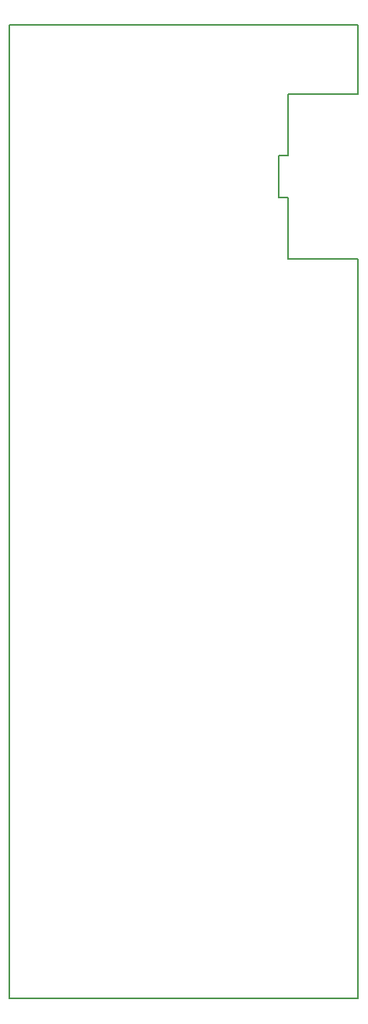
<source format=gm1>
G04 #@! TF.FileFunction,Profile,NP*
%FSLAX46Y46*%
G04 Gerber Fmt 4.6, Leading zero omitted, Abs format (unit mm)*
G04 Created by KiCad (PCBNEW 4.0.2-stable) date 2019-08-21 4:48:51 PM*
%MOMM*%
G01*
G04 APERTURE LIST*
%ADD10C,0.200000*%
G04 APERTURE END LIST*
D10*
X102900000Y-55365000D02*
X102900000Y-135900000D01*
X64900000Y-135900000D02*
X64900000Y-29900000D01*
X102900000Y-135900000D02*
X64900000Y-135900000D01*
X102900000Y-29900000D02*
X102900000Y-37365000D01*
X64900000Y-29900000D02*
X102900000Y-29900000D01*
X95265000Y-55365000D02*
X102900000Y-55365000D01*
X95265000Y-37365000D02*
X102900000Y-37365000D01*
X95265000Y-48635000D02*
X95265000Y-55360000D01*
X94265000Y-48635000D02*
X95265000Y-48635000D01*
X94265000Y-44085000D02*
X94265000Y-48635000D01*
X95265000Y-44085000D02*
X94265000Y-44085000D01*
X95270000Y-37370000D02*
X95265000Y-44085000D01*
M02*

</source>
